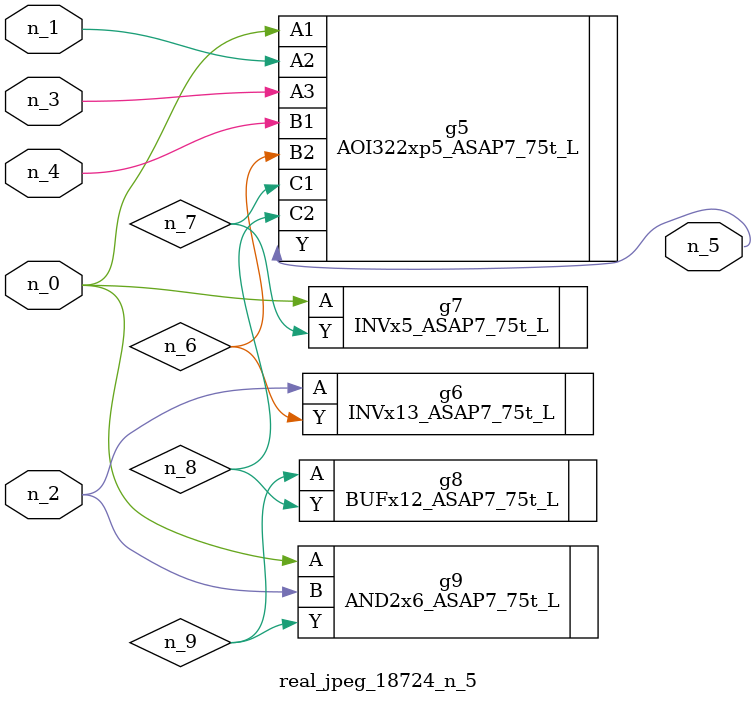
<source format=v>
module real_jpeg_18724_n_5 (n_4, n_0, n_1, n_2, n_3, n_5);

input n_4;
input n_0;
input n_1;
input n_2;
input n_3;

output n_5;

wire n_8;
wire n_6;
wire n_7;
wire n_9;

AOI322xp5_ASAP7_75t_L g5 ( 
.A1(n_0),
.A2(n_1),
.A3(n_3),
.B1(n_4),
.B2(n_6),
.C1(n_7),
.C2(n_8),
.Y(n_5)
);

INVx5_ASAP7_75t_L g7 ( 
.A(n_0),
.Y(n_7)
);

AND2x6_ASAP7_75t_L g9 ( 
.A(n_0),
.B(n_2),
.Y(n_9)
);

INVx13_ASAP7_75t_L g6 ( 
.A(n_2),
.Y(n_6)
);

BUFx12_ASAP7_75t_L g8 ( 
.A(n_9),
.Y(n_8)
);


endmodule
</source>
